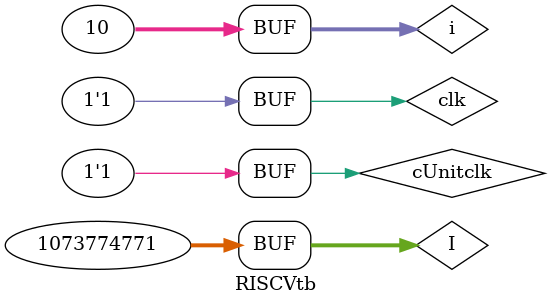
<source format=v>

module RISCVtb();
reg [31:0] I;
reg clk;
reg cUnitclk;
wire [31:0] rs1Out;
wire [31:0] rs2Out;
wire [31:0] RegDataIn;
wire [31:0] ALUresult;
wire [31:0] ALUin1;
wire [31:0] ALUin2;
wire [31:0] PCVal;

    RISCV thing (I,clk, cUnitclk, BrEq, BrLt, ALUop, ImmSel, BSel, BrUn, ASel, PCSel,
     WBSel, MemRW, I[19:15]/*rs1 */, I[24:20]/*rs2 */, I[11:7]/*rd */, resetReg, RegDataIn, writeEnable,rs1Out,rs2Out,PCVal, 
     signExtendedVal,I[31:20],ALUresult,ALUin1,ALUin2,resetMem);
     
     integer i = 0;
 always begin
 for (i = 0; i < 10; i = i + 1) begin
 case (i) 
 0: begin clk <= 0; cUnitclk <= 0; end
 1: clk <= 1;
 2: clk <= 0;
 3: clk <= 1;
 4: clk <= 0;
 5: begin clk <= 1; cUnitclk <= 1; end
 6: clk <= 0;
 7: clk <= 1;
 8: clk <= 0;
 9: begin clk <= 1; i <= -1; end
 default: clk <= 0;
 endcase
 #5;
 end //loop end
 
 end //always end
     
    initial begin 
   clk <= 0;
   cUnitclk <= 0;
#10;

 
      //|----Im----||rs1||3||-rd||-op--|
I<= 32'b00000000010000011100000010010011;//I type xor
//      31   26          1412   7     0
 #200; //|----Im----||rs1||3||-rd||-op--|
I<= 32'b000000000000000011100000010010011;//or
//      31   26          1412   7     0
 #200; //|----Im----||rs1||3||-rd||-op--|
I<= 32'b00000000000000001111000010010011;//and
//      31   26          1412   7     0
 #200; //|----Im----||rs1||3||-rd||-op--|
I<= 32'b00000000000000001001000010010011;//SLL
//      31   26          1412   7     0
 #200; //|----Im----||rs1||3||-rd||-op--|
I<= 32'b00000000000000001101000010010011;//SRL
//      31   26          1412   7     0
 #200; //|----Im----||rs1||3||-rd||-op--|
I<= 32'b00000000110000001000000010010011;//add
//      31   26          1412   7     0
 #200;
 
      //|--f7-||rs2||rs1||3||-rd||-op--|
I<= 32'b00000000000000001100000010110011;//R type xor
//      31   26          1412   7     0
 #200; //|--f7-||rs2||rs1||3||-rd||-op--|
I<= 32'b00000000000000001110000010110011;//or
//      31   26          1412   7     0
 #200; //|--f7-||rs2||rs1||3||-rd||-op--|
I<= 32'b00000000000000001111000010110011;//and
//      31   26          1412   7     0
 #200; //|--f7-||rs2||rs1||3||-rd||-op--|
I<= 32'b00000000000000001001000010110011;//SLL
//      31   26          1412   7     0
 #200; //|--f7-||rs2||rs1||3||-rd||-op--|
I<= 32'b00000000000000001101000010110011;//SRL
//      31   26          1412   7     0
 #200; //|--f7-||rs2||rs1||3||-rd||-op--|
I<= 32'b00000000000000001000000010110011;//add
//      31   26          1412   7     0
 #200; //|--f7-||rs2||rs1||3||-rd||-op--|
I<= 32'b01000000000000001000000010110011;//sub
//      31   26          1412   7     0
 #200;

     end
     
     
endmodule

</source>
